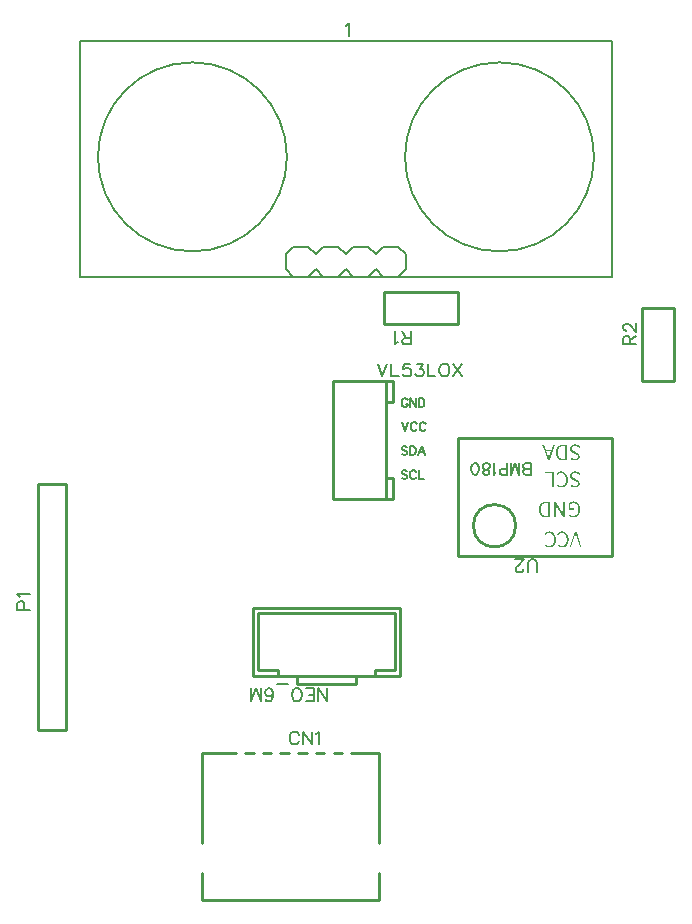
<source format=gto>
G04 Layer: TopSilkscreenLayer*
G04 EasyEDA v6.5.23, 2023-06-19 12:13:42*
G04 e563b856323e489fb497cbcb29ae2dd2,10*
G04 Gerber Generator version 0.2*
G04 Scale: 100 percent, Rotated: No, Reflected: No *
G04 Dimensions in millimeters *
G04 leading zeros omitted , absolute positions ,4 integer and 5 decimal *
%FSLAX45Y45*%
%MOMM*%

%ADD10C,0.1524*%
%ADD11C,0.2032*%
%ADD12C,0.2540*%
%ADD13C,0.1270*%

%LPD*%
G36*
X5028946Y3139186D02*
G01*
X5022850Y3138881D01*
X5017109Y3137916D01*
X5011724Y3136392D01*
X5006644Y3134309D01*
X5001920Y3131667D01*
X4997450Y3128467D01*
X4993233Y3124809D01*
X4989322Y3120644D01*
X4997450Y3111246D01*
X5004155Y3117646D01*
X5011369Y3122371D01*
X5019344Y3125266D01*
X5028184Y3126232D01*
X5034381Y3125774D01*
X5040172Y3124504D01*
X5045506Y3122422D01*
X5050383Y3119526D01*
X5054752Y3115868D01*
X5058613Y3111449D01*
X5061966Y3106369D01*
X5064760Y3100628D01*
X5066944Y3094177D01*
X5068519Y3087166D01*
X5069535Y3079546D01*
X5069840Y3071368D01*
X5069484Y3063341D01*
X5068468Y3055823D01*
X5066842Y3048914D01*
X5064556Y3042615D01*
X5061712Y3036976D01*
X5058308Y3031947D01*
X5054346Y3027680D01*
X5049875Y3024073D01*
X5044998Y3021279D01*
X5039614Y3019196D01*
X5033822Y3017926D01*
X5027676Y3017520D01*
X5019598Y3018383D01*
X5012385Y3020872D01*
X5006136Y3024784D01*
X5000752Y3029966D01*
X4992624Y3020314D01*
X4995621Y3017316D01*
X4999024Y3014370D01*
X5002885Y3011678D01*
X5007152Y3009239D01*
X5011775Y3007207D01*
X5016804Y3005683D01*
X5022189Y3004667D01*
X5027930Y3004312D01*
X5033975Y3004616D01*
X5039817Y3005480D01*
X5045354Y3006953D01*
X5050688Y3008985D01*
X5055717Y3011525D01*
X5060391Y3014624D01*
X5064760Y3018231D01*
X5068773Y3022396D01*
X5072430Y3026968D01*
X5075631Y3032099D01*
X5078425Y3037636D01*
X5080762Y3043631D01*
X5082590Y3050082D01*
X5083962Y3056940D01*
X5084775Y3064205D01*
X5085080Y3071876D01*
X5084826Y3079597D01*
X5084013Y3086862D01*
X5082641Y3093720D01*
X5080863Y3100171D01*
X5078577Y3106166D01*
X5075834Y3111703D01*
X5072684Y3116783D01*
X5069128Y3121355D01*
X5065166Y3125419D01*
X5060899Y3129026D01*
X5056276Y3132074D01*
X5051348Y3134614D01*
X5046116Y3136595D01*
X5040630Y3138017D01*
X5034889Y3138881D01*
G37*
G36*
X4921504Y3139186D02*
G01*
X4915408Y3138881D01*
X4909667Y3137916D01*
X4904282Y3136392D01*
X4899202Y3134309D01*
X4894478Y3131667D01*
X4890008Y3128467D01*
X4885791Y3124809D01*
X4881880Y3120644D01*
X4890008Y3111246D01*
X4896713Y3117646D01*
X4903927Y3122371D01*
X4911902Y3125266D01*
X4920742Y3126232D01*
X4926939Y3125774D01*
X4932730Y3124504D01*
X4938064Y3122422D01*
X4942941Y3119526D01*
X4947310Y3115868D01*
X4951171Y3111449D01*
X4954524Y3106369D01*
X4957318Y3100628D01*
X4959502Y3094177D01*
X4961077Y3087166D01*
X4962093Y3079546D01*
X4962398Y3071368D01*
X4962042Y3063341D01*
X4961026Y3055823D01*
X4959400Y3048914D01*
X4957114Y3042615D01*
X4954270Y3036976D01*
X4950815Y3031947D01*
X4946904Y3027680D01*
X4942433Y3024073D01*
X4937556Y3021279D01*
X4932172Y3019196D01*
X4926380Y3017926D01*
X4920234Y3017520D01*
X4912258Y3018383D01*
X4905044Y3020872D01*
X4898745Y3024784D01*
X4893310Y3029966D01*
X4885182Y3020314D01*
X4888179Y3017316D01*
X4891582Y3014370D01*
X4895443Y3011678D01*
X4899710Y3009239D01*
X4904333Y3007207D01*
X4909362Y3005683D01*
X4914747Y3004667D01*
X4920488Y3004312D01*
X4926584Y3004616D01*
X4932426Y3005480D01*
X4938014Y3006953D01*
X4943348Y3008985D01*
X4948377Y3011525D01*
X4953101Y3014624D01*
X4957470Y3018231D01*
X4961432Y3022396D01*
X4965039Y3026968D01*
X4968240Y3032099D01*
X4971034Y3037636D01*
X4973370Y3043631D01*
X4975199Y3050082D01*
X4976520Y3056940D01*
X4977384Y3064205D01*
X4977638Y3071876D01*
X4977384Y3079597D01*
X4976571Y3086862D01*
X4975199Y3093720D01*
X4973421Y3100171D01*
X4971135Y3106166D01*
X4968392Y3111703D01*
X4965242Y3116783D01*
X4961686Y3121355D01*
X4957724Y3125419D01*
X4953457Y3129026D01*
X4948834Y3132074D01*
X4943906Y3134614D01*
X4938674Y3136595D01*
X4933188Y3138017D01*
X4927447Y3138881D01*
G37*
G36*
X5135372Y3136900D02*
G01*
X5093716Y3006852D01*
X5108702Y3006852D01*
X5142992Y3121660D01*
X5143754Y3121660D01*
X5147259Y3110687D01*
X5153355Y3089605D01*
X5178552Y3006852D01*
X5194046Y3006852D01*
X5152136Y3136900D01*
G37*
G36*
X5125720Y3393186D02*
G01*
X5119420Y3392932D01*
X5113426Y3392119D01*
X5107787Y3390798D01*
X5102555Y3389020D01*
X5097780Y3386836D01*
X5093411Y3384296D01*
X5089499Y3381400D01*
X5086096Y3378200D01*
X5086096Y3324351D01*
X5128006Y3324351D01*
X5128006Y3336544D01*
X5099812Y3336544D01*
X5099812Y3372104D01*
X5104536Y3375507D01*
X5110429Y3378047D01*
X5117185Y3379673D01*
X5124450Y3380232D01*
X5131257Y3379774D01*
X5137505Y3378504D01*
X5143246Y3376422D01*
X5148427Y3373526D01*
X5153050Y3369868D01*
X5157114Y3365449D01*
X5160568Y3360369D01*
X5163464Y3354628D01*
X5165699Y3348177D01*
X5167325Y3341166D01*
X5168290Y3333546D01*
X5168646Y3325368D01*
X5168290Y3317341D01*
X5167223Y3309823D01*
X5165547Y3302914D01*
X5163159Y3296615D01*
X5160213Y3290976D01*
X5156657Y3285947D01*
X5152542Y3281679D01*
X5147868Y3278073D01*
X5142738Y3275279D01*
X5137048Y3273196D01*
X5130952Y3271926D01*
X5124450Y3271520D01*
X5115204Y3272485D01*
X5107533Y3275076D01*
X5101132Y3279038D01*
X5095748Y3283965D01*
X5087620Y3274314D01*
X5090617Y3271418D01*
X5094020Y3268573D01*
X5097881Y3265881D01*
X5102250Y3263442D01*
X5107076Y3261360D01*
X5112461Y3259734D01*
X5118303Y3258667D01*
X5124704Y3258312D01*
X5131003Y3258616D01*
X5137099Y3259480D01*
X5142890Y3260953D01*
X5148427Y3262985D01*
X5153609Y3265525D01*
X5158486Y3268624D01*
X5163007Y3272231D01*
X5167172Y3276396D01*
X5170881Y3280968D01*
X5174183Y3286099D01*
X5177078Y3291636D01*
X5179466Y3297631D01*
X5181346Y3304082D01*
X5182768Y3310940D01*
X5183581Y3318205D01*
X5183886Y3325876D01*
X5183632Y3333597D01*
X5182768Y3340862D01*
X5181447Y3347720D01*
X5179568Y3354171D01*
X5177231Y3360165D01*
X5174437Y3365703D01*
X5171236Y3370783D01*
X5167579Y3375355D01*
X5163515Y3379419D01*
X5159095Y3383026D01*
X5154269Y3386074D01*
X5149189Y3388614D01*
X5143703Y3390595D01*
X5138013Y3392017D01*
X5131968Y3392881D01*
G37*
G36*
X4963160Y3390900D02*
G01*
X4963160Y3260852D01*
X4977130Y3260852D01*
X4977079Y3336188D01*
X4976266Y3356610D01*
X4975352Y3371596D01*
X4976114Y3371596D01*
X4990084Y3344926D01*
X5039360Y3260852D01*
X5054600Y3260852D01*
X5054600Y3390900D01*
X5040630Y3390900D01*
X5040680Y3314496D01*
X5041493Y3294583D01*
X5042408Y3279901D01*
X5041646Y3279901D01*
X5027422Y3306572D01*
X4978400Y3390900D01*
G37*
G36*
X4894326Y3390900D02*
G01*
X4887163Y3390595D01*
X4880457Y3389782D01*
X4874158Y3388360D01*
X4868316Y3386429D01*
X4862931Y3383940D01*
X4857953Y3380943D01*
X4853482Y3377437D01*
X4849469Y3373475D01*
X4845913Y3369005D01*
X4842814Y3364077D01*
X4840173Y3358692D01*
X4837988Y3352850D01*
X4836312Y3346602D01*
X4835093Y3339947D01*
X4834382Y3332835D01*
X4834128Y3325368D01*
X4849114Y3325368D01*
X4849317Y3331464D01*
X4849825Y3337204D01*
X4850739Y3342640D01*
X4852009Y3347720D01*
X4853686Y3352495D01*
X4855667Y3356864D01*
X4858054Y3360877D01*
X4860798Y3364534D01*
X4863896Y3367735D01*
X4867402Y3370579D01*
X4871262Y3373018D01*
X4875479Y3375050D01*
X4880051Y3376625D01*
X4885029Y3377793D01*
X4890363Y3378454D01*
X4896104Y3378708D01*
X4912106Y3378708D01*
X4912106Y3272790D01*
X4896104Y3272790D01*
X4890363Y3272993D01*
X4885029Y3273704D01*
X4880051Y3274771D01*
X4875479Y3276346D01*
X4871262Y3278276D01*
X4867402Y3280664D01*
X4863896Y3283407D01*
X4860798Y3286607D01*
X4858054Y3290163D01*
X4855667Y3294126D01*
X4853686Y3298444D01*
X4852009Y3303117D01*
X4850739Y3308146D01*
X4849825Y3313531D01*
X4849317Y3319272D01*
X4849114Y3325368D01*
X4834128Y3325368D01*
X4834382Y3317900D01*
X4835093Y3310839D01*
X4836312Y3304235D01*
X4837988Y3298037D01*
X4840173Y3292297D01*
X4842814Y3286963D01*
X4845913Y3282137D01*
X4849520Y3277768D01*
X4853584Y3273907D01*
X4858105Y3270503D01*
X4863084Y3267557D01*
X4868519Y3265170D01*
X4874412Y3263290D01*
X4880762Y3261969D01*
X4887569Y3261106D01*
X4894834Y3260852D01*
X4926838Y3260852D01*
X4926838Y3390900D01*
G37*
G36*
X5140706Y3647186D02*
G01*
X5134203Y3646881D01*
X5128107Y3645915D01*
X5122468Y3644392D01*
X5117338Y3642309D01*
X5112715Y3639718D01*
X5108651Y3636670D01*
X5105095Y3633165D01*
X5102148Y3629304D01*
X5099862Y3625087D01*
X5098135Y3620617D01*
X5097119Y3615842D01*
X5096764Y3610864D01*
X5097322Y3604006D01*
X5098897Y3598062D01*
X5101386Y3592931D01*
X5104739Y3588461D01*
X5108752Y3584651D01*
X5113375Y3581349D01*
X5118455Y3578402D01*
X5123942Y3575812D01*
X5142738Y3567937D01*
X5150307Y3564483D01*
X5157266Y3560064D01*
X5162346Y3553917D01*
X5164328Y3545332D01*
X5163870Y3540963D01*
X5162550Y3537102D01*
X5160365Y3533698D01*
X5157470Y3530854D01*
X5153812Y3528568D01*
X5149545Y3526891D01*
X5144617Y3525875D01*
X5139182Y3525520D01*
X5130342Y3526383D01*
X5122468Y3528872D01*
X5115458Y3532784D01*
X5109210Y3537965D01*
X5101336Y3528314D01*
X5104892Y3524910D01*
X5108803Y3521862D01*
X5113070Y3519119D01*
X5117693Y3516782D01*
X5122621Y3514902D01*
X5127853Y3513480D01*
X5133390Y3512616D01*
X5139182Y3512312D01*
X5144820Y3512616D01*
X5150205Y3513480D01*
X5155184Y3514851D01*
X5159857Y3516731D01*
X5164124Y3519119D01*
X5167934Y3521913D01*
X5171236Y3525113D01*
X5174030Y3528720D01*
X5176316Y3532682D01*
X5177942Y3536950D01*
X5178958Y3541522D01*
X5179314Y3546348D01*
X5178653Y3553002D01*
X5176875Y3558844D01*
X5174081Y3563823D01*
X5170576Y3568090D01*
X5166512Y3571697D01*
X5162042Y3574745D01*
X5157470Y3577285D01*
X5134102Y3587750D01*
X5125364Y3591864D01*
X5121554Y3594100D01*
X5118252Y3596589D01*
X5115560Y3599484D01*
X5113477Y3602888D01*
X5112207Y3607003D01*
X5111750Y3611879D01*
X5112258Y3616655D01*
X5113731Y3620922D01*
X5116118Y3624732D01*
X5119420Y3628034D01*
X5123535Y3630625D01*
X5128463Y3632606D01*
X5134102Y3633825D01*
X5140452Y3634232D01*
X5145633Y3633927D01*
X5150713Y3633063D01*
X5155590Y3631692D01*
X5160314Y3629761D01*
X5164836Y3627424D01*
X5169103Y3624579D01*
X5173065Y3621328D01*
X5176774Y3617722D01*
X5185664Y3627882D01*
X5181295Y3632149D01*
X5176520Y3635959D01*
X5171338Y3639261D01*
X5165852Y3642004D01*
X5160010Y3644239D01*
X5153863Y3645865D01*
X5147411Y3646830D01*
G37*
G36*
X5022596Y3647186D02*
G01*
X5016449Y3646881D01*
X5010658Y3645915D01*
X5005273Y3644392D01*
X5000193Y3642309D01*
X4995468Y3639667D01*
X4991049Y3636467D01*
X4986883Y3632809D01*
X4982972Y3628644D01*
X4991100Y3619246D01*
X4997754Y3625646D01*
X5004968Y3630371D01*
X5012893Y3633266D01*
X5021834Y3634232D01*
X5028031Y3633774D01*
X5033822Y3632504D01*
X5039156Y3630422D01*
X5044033Y3627526D01*
X5048402Y3623868D01*
X5052263Y3619449D01*
X5055616Y3614369D01*
X5058410Y3608628D01*
X5060594Y3602177D01*
X5062169Y3595166D01*
X5063185Y3587546D01*
X5063490Y3579368D01*
X5063134Y3571341D01*
X5062118Y3563823D01*
X5060492Y3556914D01*
X5058206Y3550615D01*
X5055362Y3544976D01*
X5051958Y3539947D01*
X5047996Y3535679D01*
X5043525Y3532073D01*
X5038648Y3529279D01*
X5033264Y3527196D01*
X5027472Y3525926D01*
X5021326Y3525520D01*
X5013198Y3526383D01*
X5006035Y3528872D01*
X4999685Y3532784D01*
X4994148Y3537965D01*
X4986020Y3528314D01*
X4989068Y3525316D01*
X4992522Y3522370D01*
X4996383Y3519678D01*
X5000650Y3517239D01*
X5005324Y3515207D01*
X5010353Y3513683D01*
X5015788Y3512667D01*
X5021580Y3512312D01*
X5027625Y3512616D01*
X5033416Y3513480D01*
X5039004Y3514953D01*
X5044287Y3516985D01*
X5049316Y3519525D01*
X5053990Y3522624D01*
X5058308Y3526231D01*
X5062321Y3530396D01*
X5065928Y3534968D01*
X5069128Y3540099D01*
X5071872Y3545636D01*
X5074208Y3551631D01*
X5076037Y3558082D01*
X5077358Y3564940D01*
X5078222Y3572205D01*
X5078476Y3579876D01*
X5078222Y3587597D01*
X5077409Y3594862D01*
X5076088Y3601720D01*
X5074259Y3608171D01*
X5072024Y3614165D01*
X5069281Y3619703D01*
X5066182Y3624783D01*
X5062626Y3629355D01*
X5058714Y3633419D01*
X5054447Y3637026D01*
X5049875Y3640074D01*
X5044948Y3642614D01*
X5039715Y3644595D01*
X5034280Y3646017D01*
X5028539Y3646881D01*
G37*
G36*
X4885944Y3644900D02*
G01*
X4885944Y3632454D01*
X4943348Y3632454D01*
X4943348Y3514851D01*
X4958080Y3514851D01*
X4958080Y3644900D01*
G37*
G36*
X5140706Y3875786D02*
G01*
X5134203Y3875481D01*
X5128107Y3874515D01*
X5122468Y3872992D01*
X5117338Y3870909D01*
X5112715Y3868318D01*
X5108651Y3865270D01*
X5105095Y3861765D01*
X5102148Y3857904D01*
X5099862Y3853687D01*
X5098135Y3849217D01*
X5097119Y3844442D01*
X5096764Y3839464D01*
X5097322Y3832606D01*
X5098897Y3826662D01*
X5101386Y3821531D01*
X5104739Y3817061D01*
X5108752Y3813251D01*
X5113375Y3809949D01*
X5118455Y3807002D01*
X5123942Y3804412D01*
X5142738Y3796537D01*
X5150307Y3793083D01*
X5157266Y3788664D01*
X5162346Y3782517D01*
X5164328Y3773932D01*
X5163870Y3769563D01*
X5162550Y3765702D01*
X5160365Y3762298D01*
X5157470Y3759454D01*
X5153812Y3757168D01*
X5149545Y3755491D01*
X5144617Y3754475D01*
X5139182Y3754120D01*
X5130342Y3754983D01*
X5122468Y3757472D01*
X5115458Y3761384D01*
X5109210Y3766565D01*
X5101336Y3756914D01*
X5104892Y3753510D01*
X5108803Y3750462D01*
X5113070Y3747719D01*
X5117693Y3745382D01*
X5122621Y3743502D01*
X5127853Y3742080D01*
X5133390Y3741216D01*
X5139182Y3740912D01*
X5144820Y3741216D01*
X5150205Y3742080D01*
X5155184Y3743451D01*
X5159857Y3745331D01*
X5164124Y3747719D01*
X5167934Y3750513D01*
X5171236Y3753713D01*
X5174030Y3757320D01*
X5176316Y3761282D01*
X5177942Y3765550D01*
X5178958Y3770122D01*
X5179314Y3774948D01*
X5178653Y3781602D01*
X5176875Y3787444D01*
X5174081Y3792423D01*
X5170576Y3796690D01*
X5166512Y3800297D01*
X5162042Y3803345D01*
X5157470Y3805885D01*
X5134102Y3816350D01*
X5125364Y3820464D01*
X5121554Y3822700D01*
X5118252Y3825189D01*
X5115560Y3828084D01*
X5113477Y3831488D01*
X5112207Y3835603D01*
X5111750Y3840479D01*
X5112258Y3845255D01*
X5113731Y3849522D01*
X5116118Y3853332D01*
X5119420Y3856634D01*
X5123535Y3859225D01*
X5128463Y3861206D01*
X5134102Y3862425D01*
X5140452Y3862832D01*
X5145633Y3862527D01*
X5150713Y3861663D01*
X5155590Y3860292D01*
X5160314Y3858361D01*
X5164836Y3856024D01*
X5169103Y3853179D01*
X5173065Y3849928D01*
X5176774Y3846322D01*
X5185664Y3856482D01*
X5181295Y3860749D01*
X5176520Y3864559D01*
X5171338Y3867861D01*
X5165852Y3870604D01*
X5160010Y3872839D01*
X5153863Y3874465D01*
X5147411Y3875430D01*
G37*
G36*
X5038344Y3873500D02*
G01*
X5031181Y3873195D01*
X5024475Y3872382D01*
X5018176Y3870960D01*
X5012334Y3869029D01*
X5006949Y3866540D01*
X5001971Y3863543D01*
X4997500Y3860037D01*
X4993487Y3856075D01*
X4989931Y3851605D01*
X4986832Y3846677D01*
X4984191Y3841292D01*
X4982006Y3835450D01*
X4980330Y3829202D01*
X4979111Y3822547D01*
X4978400Y3815435D01*
X4978146Y3807968D01*
X4993132Y3807968D01*
X4993335Y3814064D01*
X4993843Y3819804D01*
X4994757Y3825240D01*
X4996027Y3830320D01*
X4997704Y3835095D01*
X4999685Y3839464D01*
X5002072Y3843477D01*
X5004816Y3847134D01*
X5007914Y3850335D01*
X5011420Y3853179D01*
X5015280Y3855618D01*
X5019497Y3857650D01*
X5024069Y3859225D01*
X5029047Y3860393D01*
X5034381Y3861054D01*
X5040122Y3861308D01*
X5056124Y3861308D01*
X5056124Y3755390D01*
X5040122Y3755390D01*
X5034381Y3755593D01*
X5029047Y3756304D01*
X5024069Y3757371D01*
X5019497Y3758946D01*
X5015280Y3760876D01*
X5011420Y3763264D01*
X5007914Y3766007D01*
X5004816Y3769207D01*
X5002072Y3772763D01*
X4999685Y3776726D01*
X4997704Y3781044D01*
X4996027Y3785717D01*
X4994757Y3790746D01*
X4993843Y3796131D01*
X4993335Y3801872D01*
X4993132Y3807968D01*
X4978146Y3807968D01*
X4978400Y3800500D01*
X4979111Y3793439D01*
X4980330Y3786835D01*
X4982006Y3780637D01*
X4984191Y3774897D01*
X4986832Y3769563D01*
X4989931Y3764737D01*
X4993538Y3760368D01*
X4997602Y3756507D01*
X5002123Y3753104D01*
X5007102Y3750157D01*
X5012537Y3747770D01*
X5018430Y3745890D01*
X5024780Y3744569D01*
X5031587Y3743706D01*
X5038852Y3743451D01*
X5070856Y3743451D01*
X5070856Y3873500D01*
G37*
G36*
X4863338Y3873500D02*
G01*
X4881411Y3820922D01*
X4936744Y3820922D01*
X4923231Y3777894D01*
X4916678Y3755644D01*
X4916170Y3755644D01*
X4909515Y3777792D01*
X4902454Y3799586D01*
X4895850Y3820922D01*
X4881411Y3820922D01*
X4908042Y3743451D01*
X4924298Y3743451D01*
X4968748Y3873500D01*
X4954016Y3873500D01*
X4940554Y3832351D01*
X4892040Y3832351D01*
X4879086Y3873500D01*
G37*
D10*
X418084Y2476500D02*
G01*
X527050Y2476500D01*
X418084Y2476500D02*
G01*
X418084Y2523236D01*
X423163Y2538729D01*
X428497Y2544063D01*
X438912Y2549144D01*
X454405Y2549144D01*
X464820Y2544063D01*
X469900Y2538729D01*
X475234Y2523236D01*
X475234Y2476500D01*
X438912Y2583434D02*
G01*
X433578Y2593847D01*
X418084Y2609595D01*
X527050Y2609595D01*
X3035300Y1700784D02*
G01*
X3035300Y1809750D01*
X3035300Y1700784D02*
G01*
X2962656Y1809750D01*
X2962656Y1700784D02*
G01*
X2962656Y1809750D01*
X2928365Y1700784D02*
G01*
X2928365Y1809750D01*
X2928365Y1700784D02*
G01*
X2860802Y1700784D01*
X2928365Y1752600D02*
G01*
X2886709Y1752600D01*
X2928365Y1809750D02*
G01*
X2860802Y1809750D01*
X2795270Y1700784D02*
G01*
X2805684Y1705863D01*
X2816097Y1716278D01*
X2821177Y1726692D01*
X2826511Y1742439D01*
X2826511Y1768347D01*
X2821177Y1783842D01*
X2816097Y1794255D01*
X2805684Y1804670D01*
X2795270Y1809750D01*
X2774441Y1809750D01*
X2764027Y1804670D01*
X2753613Y1794255D01*
X2748534Y1783842D01*
X2743200Y1768347D01*
X2743200Y1742439D01*
X2748534Y1726692D01*
X2753613Y1716278D01*
X2764027Y1705863D01*
X2774441Y1700784D01*
X2795270Y1700784D01*
X2708909Y1846326D02*
G01*
X2615438Y1846326D01*
X2518918Y1716278D02*
G01*
X2523997Y1705863D01*
X2539745Y1700784D01*
X2550159Y1700784D01*
X2565654Y1705863D01*
X2576068Y1721612D01*
X2581147Y1747520D01*
X2581147Y1773428D01*
X2576068Y1794255D01*
X2565654Y1804670D01*
X2550159Y1809750D01*
X2544825Y1809750D01*
X2529331Y1804670D01*
X2518918Y1794255D01*
X2513584Y1778762D01*
X2513584Y1773428D01*
X2518918Y1757934D01*
X2529331Y1747520D01*
X2544825Y1742439D01*
X2550159Y1742439D01*
X2565654Y1747520D01*
X2576068Y1757934D01*
X2581147Y1773428D01*
X2479293Y1700784D02*
G01*
X2479293Y1809750D01*
X2479293Y1700784D02*
G01*
X2437891Y1809750D01*
X2396236Y1700784D02*
G01*
X2437891Y1809750D01*
X2396236Y1700784D02*
G01*
X2396236Y1809750D01*
X3467100Y4560315D02*
G01*
X3508756Y4451350D01*
X3550158Y4560315D02*
G01*
X3508756Y4451350D01*
X3584447Y4560315D02*
G01*
X3584447Y4451350D01*
X3584447Y4451350D02*
G01*
X3646931Y4451350D01*
X3743452Y4560315D02*
G01*
X3691636Y4560315D01*
X3686302Y4513579D01*
X3691636Y4518660D01*
X3707129Y4523994D01*
X3722624Y4523994D01*
X3738372Y4518660D01*
X3748786Y4508500D01*
X3753865Y4492752D01*
X3753865Y4482337D01*
X3748786Y4466844D01*
X3738372Y4456429D01*
X3722624Y4451350D01*
X3707129Y4451350D01*
X3691636Y4456429D01*
X3686302Y4461510D01*
X3681222Y4471923D01*
X3798570Y4560315D02*
G01*
X3855720Y4560315D01*
X3824477Y4518660D01*
X3840225Y4518660D01*
X3850640Y4513579D01*
X3855720Y4508500D01*
X3860800Y4492752D01*
X3860800Y4482337D01*
X3855720Y4466844D01*
X3845306Y4456429D01*
X3829811Y4451350D01*
X3814063Y4451350D01*
X3798570Y4456429D01*
X3793490Y4461510D01*
X3788156Y4471923D01*
X3895090Y4560315D02*
G01*
X3895090Y4451350D01*
X3895090Y4451350D02*
G01*
X3957574Y4451350D01*
X4023106Y4560315D02*
G01*
X4012691Y4555236D01*
X4002277Y4544821D01*
X3996943Y4534407D01*
X3991863Y4518660D01*
X3991863Y4492752D01*
X3996943Y4477257D01*
X4002277Y4466844D01*
X4012691Y4456429D01*
X4023106Y4451350D01*
X4043679Y4451350D01*
X4054093Y4456429D01*
X4064508Y4466844D01*
X4069841Y4477257D01*
X4074922Y4492752D01*
X4074922Y4518660D01*
X4069841Y4534407D01*
X4064508Y4544821D01*
X4054093Y4555236D01*
X4043679Y4560315D01*
X4023106Y4560315D01*
X4109211Y4560315D02*
G01*
X4182109Y4451350D01*
X4182109Y4560315D02*
G01*
X4109211Y4451350D01*
X3718813Y3647186D02*
G01*
X3711956Y3654044D01*
X3701541Y3657600D01*
X3687572Y3657600D01*
X3677158Y3654044D01*
X3670300Y3647186D01*
X3670300Y3640073D01*
X3673856Y3633215D01*
X3677158Y3629913D01*
X3684270Y3626357D01*
X3704843Y3619500D01*
X3711956Y3615944D01*
X3715258Y3612387D01*
X3718813Y3605529D01*
X3718813Y3595115D01*
X3711956Y3588257D01*
X3701541Y3584702D01*
X3687572Y3584702D01*
X3677158Y3588257D01*
X3670300Y3595115D01*
X3793490Y3640073D02*
G01*
X3790188Y3647186D01*
X3783329Y3654044D01*
X3776218Y3657600D01*
X3762502Y3657600D01*
X3755390Y3654044D01*
X3748531Y3647186D01*
X3745229Y3640073D01*
X3741674Y3629913D01*
X3741674Y3612387D01*
X3745229Y3601973D01*
X3748531Y3595115D01*
X3755390Y3588257D01*
X3762502Y3584702D01*
X3776218Y3584702D01*
X3783329Y3588257D01*
X3790188Y3595115D01*
X3793490Y3601973D01*
X3816350Y3657600D02*
G01*
X3816350Y3584702D01*
X3816350Y3584702D02*
G01*
X3858006Y3584702D01*
X3718813Y3850386D02*
G01*
X3711956Y3857244D01*
X3701541Y3860800D01*
X3687572Y3860800D01*
X3677158Y3857244D01*
X3670300Y3850386D01*
X3670300Y3843273D01*
X3673856Y3836415D01*
X3677158Y3833113D01*
X3684270Y3829557D01*
X3704843Y3822700D01*
X3711956Y3819144D01*
X3715258Y3815587D01*
X3718813Y3808729D01*
X3718813Y3798315D01*
X3711956Y3791457D01*
X3701541Y3787902D01*
X3687572Y3787902D01*
X3677158Y3791457D01*
X3670300Y3798315D01*
X3741674Y3860800D02*
G01*
X3741674Y3787902D01*
X3741674Y3860800D02*
G01*
X3765804Y3860800D01*
X3776218Y3857244D01*
X3783329Y3850386D01*
X3786631Y3843273D01*
X3790188Y3833113D01*
X3790188Y3815587D01*
X3786631Y3805173D01*
X3783329Y3798315D01*
X3776218Y3791457D01*
X3765804Y3787902D01*
X3741674Y3787902D01*
X3840734Y3860800D02*
G01*
X3813047Y3787902D01*
X3840734Y3860800D02*
G01*
X3868420Y3787902D01*
X3823461Y3812286D02*
G01*
X3858006Y3812286D01*
X3670300Y4064000D02*
G01*
X3697986Y3991102D01*
X3725672Y4064000D02*
G01*
X3697986Y3991102D01*
X3800602Y4046473D02*
G01*
X3797045Y4053586D01*
X3790188Y4060444D01*
X3783329Y4064000D01*
X3769359Y4064000D01*
X3762502Y4060444D01*
X3755390Y4053586D01*
X3752088Y4046473D01*
X3748531Y4036313D01*
X3748531Y4018787D01*
X3752088Y4008373D01*
X3755390Y4001515D01*
X3762502Y3994657D01*
X3769359Y3991102D01*
X3783329Y3991102D01*
X3790188Y3994657D01*
X3797045Y4001515D01*
X3800602Y4008373D01*
X3875277Y4046473D02*
G01*
X3871975Y4053586D01*
X3864863Y4060444D01*
X3858006Y4064000D01*
X3844290Y4064000D01*
X3837177Y4060444D01*
X3830320Y4053586D01*
X3826763Y4046473D01*
X3823461Y4036313D01*
X3823461Y4018787D01*
X3826763Y4008373D01*
X3830320Y4001515D01*
X3837177Y3994657D01*
X3844290Y3991102D01*
X3858006Y3991102D01*
X3864863Y3994657D01*
X3871975Y4001515D01*
X3875277Y4008373D01*
X3722370Y4249673D02*
G01*
X3718813Y4256786D01*
X3711956Y4263644D01*
X3704843Y4267200D01*
X3691127Y4267200D01*
X3684270Y4263644D01*
X3677158Y4256786D01*
X3673856Y4249673D01*
X3670300Y4239513D01*
X3670300Y4221987D01*
X3673856Y4211573D01*
X3677158Y4204715D01*
X3684270Y4197857D01*
X3691127Y4194302D01*
X3704843Y4194302D01*
X3711956Y4197857D01*
X3718813Y4204715D01*
X3722370Y4211573D01*
X3722370Y4221987D01*
X3704843Y4221987D02*
G01*
X3722370Y4221987D01*
X3745229Y4267200D02*
G01*
X3745229Y4194302D01*
X3745229Y4267200D02*
G01*
X3793490Y4194302D01*
X3793490Y4267200D02*
G01*
X3793490Y4194302D01*
X3816350Y4267200D02*
G01*
X3816350Y4194302D01*
X3816350Y4267200D02*
G01*
X3840734Y4267200D01*
X3851147Y4263644D01*
X3858006Y4256786D01*
X3861561Y4249673D01*
X3864863Y4239513D01*
X3864863Y4221987D01*
X3861561Y4211573D01*
X3858006Y4204715D01*
X3851147Y4197857D01*
X3840734Y4194302D01*
X3816350Y4194302D01*
X2801874Y1418805D02*
G01*
X2796540Y1429219D01*
X2786125Y1439633D01*
X2775965Y1444713D01*
X2755138Y1444713D01*
X2744724Y1439633D01*
X2734309Y1429219D01*
X2728975Y1418805D01*
X2723895Y1403057D01*
X2723895Y1377149D01*
X2728975Y1361655D01*
X2734309Y1351241D01*
X2744724Y1340827D01*
X2755138Y1335747D01*
X2775965Y1335747D01*
X2786125Y1340827D01*
X2796540Y1351241D01*
X2801874Y1361655D01*
X2836163Y1444713D02*
G01*
X2836163Y1335747D01*
X2836163Y1444713D02*
G01*
X2908808Y1335747D01*
X2908808Y1444713D02*
G01*
X2908808Y1335747D01*
X2943097Y1423885D02*
G01*
X2953511Y1429219D01*
X2969006Y1444713D01*
X2969006Y1335747D01*
X5548884Y4724400D02*
G01*
X5657850Y4724400D01*
X5548884Y4724400D02*
G01*
X5548884Y4771136D01*
X5553963Y4786629D01*
X5559297Y4791963D01*
X5569711Y4797044D01*
X5580125Y4797044D01*
X5590540Y4791963D01*
X5595620Y4786629D01*
X5600700Y4771136D01*
X5600700Y4724400D01*
X5600700Y4760721D02*
G01*
X5657850Y4797044D01*
X5574791Y4836668D02*
G01*
X5569711Y4836668D01*
X5559297Y4841747D01*
X5553963Y4847081D01*
X5548884Y4857495D01*
X5548884Y4878070D01*
X5553963Y4888484D01*
X5559297Y4893818D01*
X5569711Y4898897D01*
X5580125Y4898897D01*
X5590540Y4893818D01*
X5606034Y4883404D01*
X5657850Y4831334D01*
X5657850Y4904231D01*
X3746500Y4723384D02*
G01*
X3746500Y4832350D01*
X3746500Y4723384D02*
G01*
X3699763Y4723384D01*
X3684270Y4728463D01*
X3678936Y4733797D01*
X3673856Y4744212D01*
X3673856Y4754626D01*
X3678936Y4765039D01*
X3684270Y4770120D01*
X3699763Y4775200D01*
X3746500Y4775200D01*
X3710177Y4775200D02*
G01*
X3673856Y4832350D01*
X3639565Y4744212D02*
G01*
X3629152Y4738878D01*
X3613404Y4723384D01*
X3613404Y4832350D01*
X3199993Y7421575D02*
G01*
X3210407Y7426909D01*
X3225901Y7442403D01*
X3225901Y7333437D01*
X4813300Y2792984D02*
G01*
X4813300Y2870962D01*
X4808220Y2886455D01*
X4797806Y2896870D01*
X4782058Y2901950D01*
X4771643Y2901950D01*
X4756150Y2896870D01*
X4745736Y2886455D01*
X4740656Y2870962D01*
X4740656Y2792984D01*
X4701031Y2818892D02*
G01*
X4701031Y2813812D01*
X4695952Y2803397D01*
X4690618Y2798063D01*
X4680204Y2792984D01*
X4659629Y2792984D01*
X4649215Y2798063D01*
X4643881Y2803397D01*
X4638802Y2813812D01*
X4638802Y2824226D01*
X4643881Y2834639D01*
X4654295Y2850134D01*
X4706365Y2901950D01*
X4633468Y2901950D01*
D11*
X4762500Y3620262D02*
G01*
X4762500Y3715765D01*
X4762500Y3620262D02*
G01*
X4721606Y3620262D01*
X4707890Y3624834D01*
X4703318Y3629405D01*
X4698745Y3638295D01*
X4698745Y3647439D01*
X4703318Y3656584D01*
X4707890Y3661155D01*
X4721606Y3665728D01*
X4762500Y3665728D02*
G01*
X4721606Y3665728D01*
X4707890Y3670300D01*
X4703318Y3674618D01*
X4698745Y3683762D01*
X4698745Y3697478D01*
X4703318Y3706621D01*
X4707890Y3711194D01*
X4721606Y3715765D01*
X4762500Y3715765D01*
X4668774Y3620262D02*
G01*
X4668774Y3715765D01*
X4668774Y3620262D02*
G01*
X4632452Y3715765D01*
X4596129Y3620262D02*
G01*
X4632452Y3715765D01*
X4596129Y3620262D02*
G01*
X4596129Y3715765D01*
X4566158Y3620262D02*
G01*
X4566158Y3715765D01*
X4566158Y3620262D02*
G01*
X4525263Y3620262D01*
X4511547Y3624834D01*
X4506975Y3629405D01*
X4502404Y3638295D01*
X4502404Y3652012D01*
X4506975Y3661155D01*
X4511547Y3665728D01*
X4525263Y3670300D01*
X4566158Y3670300D01*
X4472431Y3638295D02*
G01*
X4463288Y3633723D01*
X4449825Y3620262D01*
X4449825Y3715765D01*
X4396993Y3620262D02*
G01*
X4410709Y3624834D01*
X4415281Y3633723D01*
X4415281Y3642868D01*
X4410709Y3652012D01*
X4401565Y3656584D01*
X4383531Y3661155D01*
X4369815Y3665728D01*
X4360672Y3674618D01*
X4356100Y3683762D01*
X4356100Y3697478D01*
X4360672Y3706621D01*
X4365243Y3711194D01*
X4378959Y3715765D01*
X4396993Y3715765D01*
X4410709Y3711194D01*
X4415281Y3706621D01*
X4419854Y3697478D01*
X4419854Y3683762D01*
X4415281Y3674618D01*
X4406138Y3665728D01*
X4392422Y3661155D01*
X4374388Y3656584D01*
X4365243Y3652012D01*
X4360672Y3642868D01*
X4360672Y3633723D01*
X4365243Y3624834D01*
X4378959Y3620262D01*
X4396993Y3620262D01*
X4298950Y3620262D02*
G01*
X4312411Y3624834D01*
X4321556Y3638295D01*
X4326127Y3661155D01*
X4326127Y3674618D01*
X4321556Y3697478D01*
X4312411Y3711194D01*
X4298950Y3715765D01*
X4289806Y3715765D01*
X4276090Y3711194D01*
X4266945Y3697478D01*
X4262374Y3674618D01*
X4262374Y3661155D01*
X4266945Y3638295D01*
X4276090Y3624834D01*
X4289806Y3620262D01*
X4298950Y3620262D01*
D12*
X589203Y1460903D02*
G01*
X589203Y3542898D01*
X589203Y3542896D02*
G01*
X833196Y3542898D01*
X833196Y3542898D02*
G01*
X833196Y1460903D01*
X833196Y1460903D02*
G01*
X589203Y1460901D01*
X2621279Y1918970D02*
G01*
X2621279Y1966976D01*
X2457195Y1966976D01*
X2457195Y2449068D01*
X3616197Y2449068D01*
X3616197Y1967992D01*
X3449320Y1967992D01*
X3449320Y1918970D01*
X2420365Y2494026D02*
G01*
X2410206Y2494026D01*
X2410206Y1919986D01*
X2410206Y1918970D01*
X3660393Y1918970D01*
X3660393Y2494026D01*
X2420365Y2494026D01*
X3285299Y1849000D02*
G01*
X2785300Y1849000D01*
X2785300Y1906000D01*
X3285299Y1849000D02*
G01*
X3285299Y1919000D01*
X3535679Y4411979D02*
G01*
X3535679Y4231639D01*
X3594100Y4231639D01*
X3594100Y4411979D01*
X3535679Y4411979D01*
X3093720Y4411979D01*
X3093720Y3411220D01*
X3535679Y3411220D01*
X3535679Y3591560D01*
X3594100Y3591560D01*
X3594100Y3411220D01*
X3535679Y3411220D01*
X3164840Y4411979D02*
G01*
X3464559Y4411979D01*
X3215640Y3411220D02*
G01*
X3413759Y3411220D01*
X3535679Y3591560D02*
G01*
X3535679Y4231639D01*
X3480498Y246151D02*
G01*
X3480498Y14401D01*
X1980501Y14401D01*
X3245017Y1264399D02*
G01*
X3480498Y1264399D01*
X3480498Y498650D01*
X3095030Y1264399D02*
G01*
X3167974Y1264399D01*
X2945018Y1264399D02*
G01*
X3017987Y1264399D01*
X2795031Y1264399D02*
G01*
X2867974Y1264399D01*
X2645018Y1264399D02*
G01*
X2717987Y1264399D01*
X2495006Y1264399D02*
G01*
X2567975Y1264399D01*
X2345019Y1264399D02*
G01*
X2417963Y1264399D01*
X1980501Y498650D02*
G01*
X1980501Y1264399D01*
X2267976Y1264399D01*
X1980501Y14401D02*
G01*
X1980501Y246151D01*
X5707001Y4414400D02*
G01*
X5706999Y5034399D01*
X5976998Y4414400D02*
G01*
X5977000Y5034399D01*
X5976998Y5034399D02*
G01*
X5706999Y5034399D01*
X5977000Y4414400D02*
G01*
X5707001Y4414400D01*
X4145399Y4894201D02*
G01*
X3525400Y4894198D01*
X4145399Y5164198D02*
G01*
X3525400Y5164201D01*
X3525400Y5164198D02*
G01*
X3525400Y4894198D01*
X4145399Y5164201D02*
G01*
X4145399Y4894201D01*
D13*
X950010Y7291095D02*
G01*
X5449976Y7291095D01*
X5449976Y5291099D01*
X950010Y5291099D01*
X950010Y7291095D01*
X2691993Y5485587D02*
G01*
X2755493Y5549087D01*
X2882493Y5549087D01*
X2945993Y5485587D01*
X3009493Y5549087D01*
X3136493Y5549087D01*
X3199993Y5485587D01*
X3263493Y5549087D01*
X3390493Y5549087D01*
X3453993Y5485587D01*
X3517493Y5549087D01*
X3644493Y5549087D01*
X3707993Y5485587D01*
X3707993Y5358587D01*
X3644493Y5295087D01*
X3517493Y5295087D01*
X3453993Y5358587D01*
X3390493Y5295087D01*
X3263493Y5295087D01*
X3199993Y5358587D01*
X3136493Y5295087D01*
X3009493Y5295087D01*
X2945993Y5358587D01*
X2882493Y5295087D01*
X2755493Y5295087D01*
X2691993Y5358587D01*
X2691993Y5485587D01*
D12*
X5448300Y2933700D02*
G01*
X4148302Y2933700D01*
X4148302Y3933697D01*
X5448300Y3933697D01*
X5448300Y2933700D01*
D13*
G75*
G01*
X2699995Y6311087D02*
G03*
X2699995Y6310249I-799999J-419D01*
G75*
G01*
X5299989Y6311087D02*
G03*
X5299989Y6310249I-799998J-419D01*
D12*
G75*
G01
X4637303Y3187700D02*
G03X4637303Y3187700I-179603J0D01*
M02*

</source>
